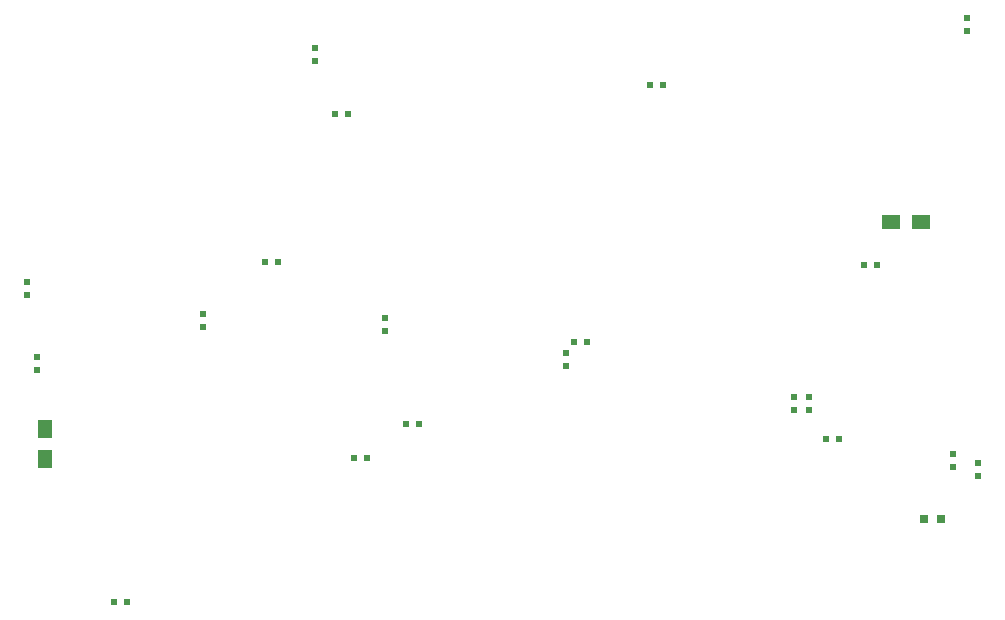
<source format=gbp>
G04 #@! TF.GenerationSoftware,KiCad,Pcbnew,(5.1.2)-1*
G04 #@! TF.CreationDate,2020-06-03T11:36:28+09:00*
G04 #@! TF.ProjectId,o2_breakout,6f325f62-7265-4616-9b6f-75742e6b6963,rev?*
G04 #@! TF.SameCoordinates,Original*
G04 #@! TF.FileFunction,Paste,Bot*
G04 #@! TF.FilePolarity,Positive*
%FSLAX46Y46*%
G04 Gerber Fmt 4.6, Leading zero omitted, Abs format (unit mm)*
G04 Created by KiCad (PCBNEW (5.1.2)-1) date 2020-06-03 11:36:28*
%MOMM*%
%LPD*%
G04 APERTURE LIST*
%ADD10R,0.500000X0.600000*%
%ADD11R,0.600000X0.500000*%
%ADD12R,0.800000X0.750000*%
%ADD13R,1.250000X1.500000*%
%ADD14R,1.500000X1.250000*%
G04 APERTURE END LIST*
D10*
X103695500Y-101248120D03*
X103695500Y-102348120D03*
X182422800Y-72500400D03*
X182422800Y-73600400D03*
X183375300Y-110168600D03*
X183375300Y-111268600D03*
D11*
X174781300Y-93446600D03*
X173681300Y-93446600D03*
D10*
X169062400Y-105744100D03*
X169062400Y-104644100D03*
X167792400Y-105744100D03*
X167792400Y-104644100D03*
D11*
X110244800Y-121996200D03*
X111344800Y-121996200D03*
D10*
X102844600Y-95952400D03*
X102844600Y-94852400D03*
X148472600Y-100925800D03*
X148472600Y-102025800D03*
D11*
X149179900Y-100002600D03*
X150279900Y-100002600D03*
X155591420Y-78183740D03*
X156691420Y-78183740D03*
D12*
X178774100Y-114963200D03*
X180274100Y-114963200D03*
D13*
X104363520Y-109860400D03*
X104363520Y-107360400D03*
D10*
X127246380Y-75088660D03*
X127246380Y-76188660D03*
X133172200Y-97925800D03*
X133172200Y-99025800D03*
D14*
X176024220Y-89827100D03*
X178524220Y-89827100D03*
D11*
X136081300Y-106886000D03*
X134981300Y-106886000D03*
X124092500Y-93182700D03*
X122992500Y-93182700D03*
D10*
X181279800Y-109419300D03*
X181279800Y-110519300D03*
D11*
X170490500Y-108156000D03*
X171590500Y-108156000D03*
X130549560Y-109821980D03*
X131649560Y-109821980D03*
D10*
X117713200Y-97560300D03*
X117713200Y-98660300D03*
D11*
X128939200Y-80645000D03*
X130039200Y-80645000D03*
M02*

</source>
